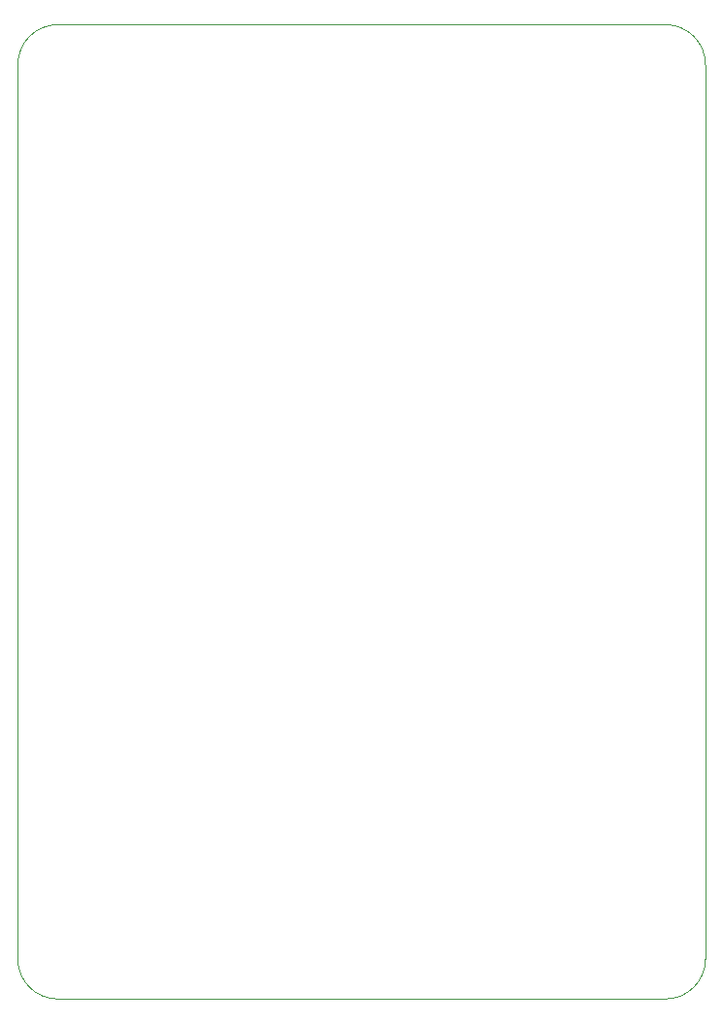
<source format=gbr>
%TF.GenerationSoftware,KiCad,Pcbnew,(6.0.0)*%
%TF.CreationDate,2022-03-02T14:27:29+07:00*%
%TF.ProjectId,FC-32,46432d33-322e-46b6-9963-61645f706362,rev?*%
%TF.SameCoordinates,Original*%
%TF.FileFunction,Profile,NP*%
%FSLAX46Y46*%
G04 Gerber Fmt 4.6, Leading zero omitted, Abs format (unit mm)*
G04 Created by KiCad (PCBNEW (6.0.0)) date 2022-03-02 14:27:29*
%MOMM*%
%LPD*%
G01*
G04 APERTURE LIST*
%TA.AperFunction,Profile*%
%ADD10C,0.100000*%
%TD*%
G04 APERTURE END LIST*
D10*
X190000000Y-58500000D02*
G75*
G03*
X186500000Y-55000000I-3499999J1D01*
G01*
X186500000Y-140000000D02*
X133500000Y-140000001D01*
X133500000Y-55000001D02*
X186500000Y-55000000D01*
X186500000Y-140000000D02*
G75*
G03*
X190000000Y-136500000I1J3499999D01*
G01*
X133500000Y-55000001D02*
G75*
G03*
X130000000Y-58500001I-1J-3499999D01*
G01*
X130000000Y-136500001D02*
X130000000Y-58500001D01*
X130000000Y-136500001D02*
G75*
G03*
X133500000Y-140000001I3499999J-1D01*
G01*
X190000000Y-58500000D02*
X190000000Y-136500000D01*
M02*

</source>
